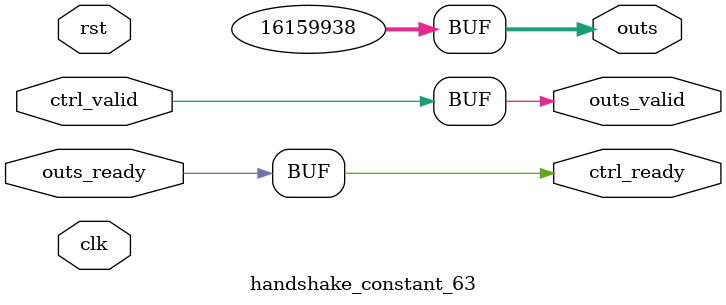
<source format=v>
`timescale 1ns / 1ps
module handshake_constant_63 #(
  parameter DATA_WIDTH = 32  // Default set to 32 bits
) (
  input                       clk,
  input                       rst,
  // Input Channel
  input                       ctrl_valid,
  output                      ctrl_ready,
  // Output Channel
  output [DATA_WIDTH - 1 : 0] outs,
  output                      outs_valid,
  input                       outs_ready
);
  assign outs       = 24'b111101101001010011000010;
  assign outs_valid = ctrl_valid;
  assign ctrl_ready = outs_ready;

endmodule

</source>
